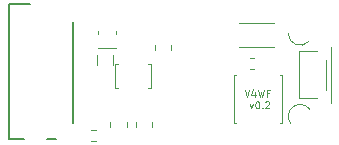
<source format=gbr>
%TF.GenerationSoftware,KiCad,Pcbnew,(7.0.0)*%
%TF.CreationDate,2023-07-05T17:24:14-07:00*%
%TF.ProjectId,Miniscope-v4-Wire-Free,4d696e69-7363-46f7-9065-2d76342d5769,rev?*%
%TF.SameCoordinates,Original*%
%TF.FileFunction,Legend,Top*%
%TF.FilePolarity,Positive*%
%FSLAX46Y46*%
G04 Gerber Fmt 4.6, Leading zero omitted, Abs format (unit mm)*
G04 Created by KiCad (PCBNEW (7.0.0)) date 2023-07-05 17:24:14*
%MOMM*%
%LPD*%
G01*
G04 APERTURE LIST*
%ADD10C,0.120000*%
%ADD11C,0.080000*%
%ADD12C,0.150000*%
%ADD13C,0.100000*%
G04 APERTURE END LIST*
D10*
X106200000Y-62150000D02*
X106200000Y-66850000D01*
X104399999Y-67400000D02*
G75*
G03*
X102800001Y-68600000I-799999J-600000D01*
G01*
X102600000Y-61000000D02*
G75*
G03*
X104352577Y-61658505I1000000J0D01*
G01*
D11*
X98909285Y-65768028D02*
X99109285Y-66368028D01*
X99109285Y-66368028D02*
X99309285Y-65768028D01*
X99766429Y-65968028D02*
X99766429Y-66368028D01*
X99623571Y-65739457D02*
X99480714Y-66168028D01*
X99480714Y-66168028D02*
X99852143Y-66168028D01*
X100023572Y-65768028D02*
X100166429Y-66368028D01*
X100166429Y-66368028D02*
X100280715Y-65939457D01*
X100280715Y-65939457D02*
X100395000Y-66368028D01*
X100395000Y-66368028D02*
X100537858Y-65768028D01*
X100966429Y-66053742D02*
X100766429Y-66053742D01*
X100766429Y-66368028D02*
X100766429Y-65768028D01*
X100766429Y-65768028D02*
X101052143Y-65768028D01*
X99317857Y-66940028D02*
X99460714Y-67340028D01*
X99460714Y-67340028D02*
X99603571Y-66940028D01*
X99946428Y-66740028D02*
X100003571Y-66740028D01*
X100003571Y-66740028D02*
X100060714Y-66768600D01*
X100060714Y-66768600D02*
X100089286Y-66797171D01*
X100089286Y-66797171D02*
X100117857Y-66854314D01*
X100117857Y-66854314D02*
X100146428Y-66968600D01*
X100146428Y-66968600D02*
X100146428Y-67111457D01*
X100146428Y-67111457D02*
X100117857Y-67225742D01*
X100117857Y-67225742D02*
X100089286Y-67282885D01*
X100089286Y-67282885D02*
X100060714Y-67311457D01*
X100060714Y-67311457D02*
X100003571Y-67340028D01*
X100003571Y-67340028D02*
X99946428Y-67340028D01*
X99946428Y-67340028D02*
X99889286Y-67311457D01*
X99889286Y-67311457D02*
X99860714Y-67282885D01*
X99860714Y-67282885D02*
X99832143Y-67225742D01*
X99832143Y-67225742D02*
X99803571Y-67111457D01*
X99803571Y-67111457D02*
X99803571Y-66968600D01*
X99803571Y-66968600D02*
X99832143Y-66854314D01*
X99832143Y-66854314D02*
X99860714Y-66797171D01*
X99860714Y-66797171D02*
X99889286Y-66768600D01*
X99889286Y-66768600D02*
X99946428Y-66740028D01*
X100403572Y-67282885D02*
X100432143Y-67311457D01*
X100432143Y-67311457D02*
X100403572Y-67340028D01*
X100403572Y-67340028D02*
X100375000Y-67311457D01*
X100375000Y-67311457D02*
X100403572Y-67282885D01*
X100403572Y-67282885D02*
X100403572Y-67340028D01*
X100660714Y-66797171D02*
X100689286Y-66768600D01*
X100689286Y-66768600D02*
X100746429Y-66740028D01*
X100746429Y-66740028D02*
X100889286Y-66740028D01*
X100889286Y-66740028D02*
X100946429Y-66768600D01*
X100946429Y-66768600D02*
X100975000Y-66797171D01*
X100975000Y-66797171D02*
X101003571Y-66854314D01*
X101003571Y-66854314D02*
X101003571Y-66911457D01*
X101003571Y-66911457D02*
X100975000Y-66997171D01*
X100975000Y-66997171D02*
X100632143Y-67340028D01*
X100632143Y-67340028D02*
X101003571Y-67340028D01*
D12*
%TO.C,*%
%TO.C,J1*%
X78950000Y-69900000D02*
X80250000Y-69900000D01*
X82150000Y-69900000D02*
X82950000Y-69900000D01*
X84350000Y-60000000D02*
X84350000Y-68600000D01*
X78950000Y-58500000D02*
X78950000Y-69900000D01*
X78950000Y-58500000D02*
X80750000Y-58500000D01*
D13*
%TO.C,L2*%
X89674400Y-68917600D02*
X89674400Y-68507600D01*
X91074400Y-68917600D02*
X91074400Y-68507600D01*
D10*
%TO.C,Y2*%
X86500200Y-62264800D02*
X88000200Y-62264800D01*
X86450200Y-61064800D02*
X86450200Y-60764800D01*
X88050200Y-61064800D02*
X88050200Y-60764800D01*
D13*
%TO.C,L5*%
X91288240Y-62413360D02*
X91288240Y-62003360D01*
X92688240Y-62413360D02*
X92688240Y-62003360D01*
%TO.C,U3*%
X90984600Y-65647800D02*
X90719600Y-65647800D01*
X90984600Y-63547800D02*
X90984600Y-65647800D01*
X90719600Y-63547800D02*
X90984600Y-63547800D01*
X88149600Y-63547800D02*
X87884600Y-63547800D01*
X87884600Y-65647800D02*
X88149600Y-65647800D01*
X87884600Y-63547800D02*
X87884600Y-65647800D01*
%TO.C,Q1*%
X87727400Y-62821600D02*
X87727400Y-63681600D01*
X86417400Y-62821600D02*
X86417400Y-63681600D01*
%TO.C,L1*%
X87515400Y-68917600D02*
X87515400Y-68507600D01*
X88915400Y-68917600D02*
X88915400Y-68507600D01*
D10*
%TO.C,J3*%
X103500000Y-66500000D02*
X105000000Y-66500000D01*
X103500000Y-66500000D02*
X103500000Y-62500000D01*
X105750000Y-65750000D02*
X105750000Y-63250000D01*
X103500000Y-62500000D02*
X105000000Y-62500000D01*
D13*
%TO.C,U5*%
X102078000Y-68562000D02*
X101883000Y-68562000D01*
X102078000Y-64502000D02*
X102078000Y-68562000D01*
X101883000Y-64502000D02*
X102078000Y-64502000D01*
X98213000Y-64502000D02*
X98018000Y-64502000D01*
X98018000Y-68562000D02*
X98213000Y-68562000D01*
X98018000Y-64502000D02*
X98018000Y-68562000D01*
D10*
%TO.C,SW1*%
X101421000Y-60121800D02*
X98421000Y-60121800D01*
X98421000Y-62121800D02*
X101421000Y-62121800D01*
D13*
%TO.C,D3*%
X99345000Y-63110200D02*
X99735000Y-63110200D01*
X99345000Y-64010200D02*
X99735000Y-64010200D01*
%TO.C,D2*%
X86323800Y-70098400D02*
X85933800Y-70098400D01*
X86323800Y-69198400D02*
X85933800Y-69198400D01*
%TD*%
M02*

</source>
